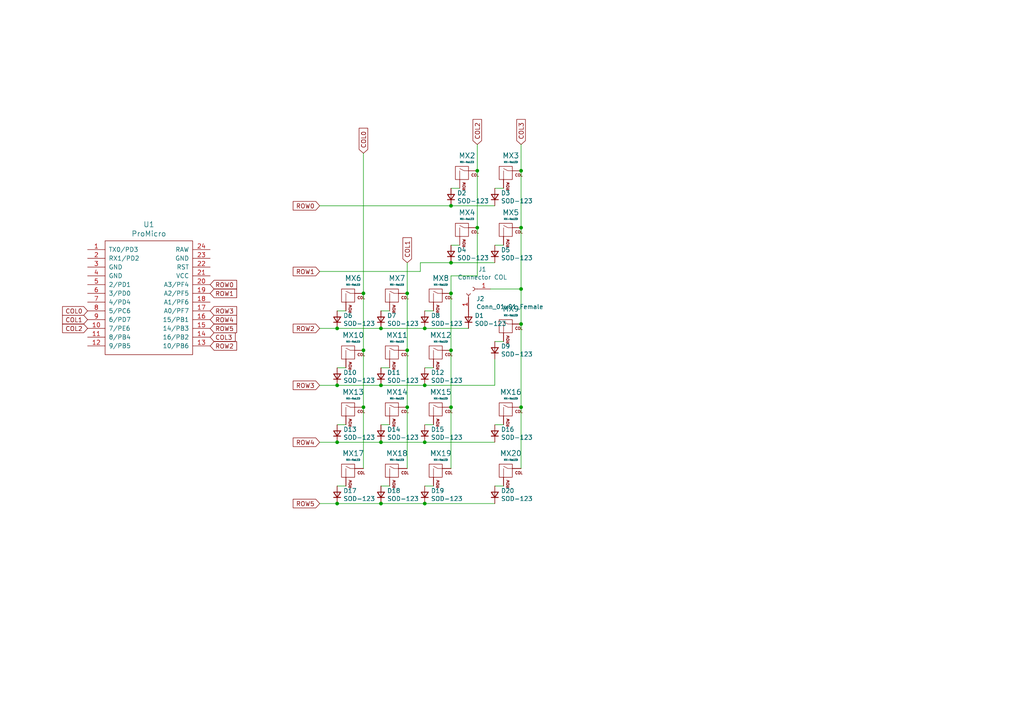
<source format=kicad_sch>
(kicad_sch (version 20210621) (generator eeschema)
  (paper "A4")
  (lib_symbols
    (symbol "Connector:Conn_01x01_Female" (pin_names (offset 1.016) hide)
      (property "Reference" "J" (at 0 2.54 0))
      (property "Value" "Conn_01x01_Female" (at 0 -2.54 0))
      (symbol "Conn_01x01_Female_1_1"
        (arc (start 0 0.508) (end 0 -0.508) (radius (at 0 0) (length 0.508) (angles 90.1 -90.1)) (stroke (width 0.1524)))
        (polyline (pts (xy -1.27 0) (xy -0.508 0)) (stroke (width 0.1524)))
        (pin passive line (at -5.08 0 0) (length 3.81) (name "Pin_1") (number "1"))
      )
    )
    (symbol "Device:D_Small" (pin_numbers hide) (pin_names (offset 0.254) hide)
      (property "Reference" "D" (at -1.27 2.032 0))
      (property "Value" "D_Small" (at -3.81 -2.032 0))
      (symbol "D_Small_0_1"
        (polyline (pts (xy -0.762 -1.016) (xy -0.762 1.016)) (stroke (width 0.254)))
        (polyline (pts (xy -0.762 0) (xy 0.762 0)))
        (polyline (pts (xy 0.762 -1.016) (xy -0.762 0) (xy 0.762 1.016) (xy 0.762 -1.016)) (stroke (width 0.254)))
      )
      (symbol "D_Small_1_1"
        (pin passive line (at -2.54 0 0) (length 1.778) (name "K") (number "1"))
        (pin passive line (at 2.54 0 180) (length 1.778) (name "A") (number "2"))
      )
    )
    (symbol "MX_Alps_Hybrid:MX-NoLED" (pin_names (offset 1.016))
      (property "Reference" "MX" (at -0.635 3.81 0))
      (property "Value" "MX-NoLED" (at -0.635 1.27 0))
      (symbol "MX-NoLED_0_0"
        (text "COL" (at 3.175 0 0) (effects (font (size 0.762 0.762))))
        (text "ROW" (at 0 -1.905 900) (effects (font (size 0.762 0.762)) (justify right)))
        (rectangle (start -2.54 2.54) (end 1.27 -1.27))
        (polyline (pts (xy -1.27 -1.27) (xy -1.27 1.27)) (stroke (width 0.127)))
        (polyline (pts (xy 1.27 1.27) (xy 0 1.27) (xy -1.27 1.905)) (stroke (width 0.127)))
      )
      (symbol "MX-NoLED_1_1"
        (pin passive line (at 3.81 1.27 180) (length 2.54) (name "COL") (number "1"))
        (pin passive line (at -1.27 -3.81 90) (length 2.54) (name "ROW") (number "2"))
      )
    )
    (symbol "keebio:ProMicro" (pin_names (offset 1.016))
      (property "Reference" "U" (at 0 0 0))
      (property "Value" "ProMicro" (at 0 -19.05 0))
      (symbol "ProMicro_0_1"
        (rectangle (start -12.7 -16.51) (end 12.7 16.51))
      )
      (symbol "ProMicro_1_1"
        (pin input line (at -17.78 13.97 0) (length 5.08) (name "TX0/PD3") (number "1"))
        (pin input line (at -17.78 -8.89 0) (length 5.08) (name "7/PE6") (number "10"))
        (pin input line (at -17.78 -11.43 0) (length 5.08) (name "8/PB4") (number "11"))
        (pin input line (at -17.78 -13.97 0) (length 5.08) (name "9/PB5") (number "12"))
        (pin input line (at 17.78 -13.97 180) (length 5.08) (name "10/PB6") (number "13"))
        (pin input line (at 17.78 -11.43 180) (length 5.08) (name "16/PB2") (number "14"))
        (pin input line (at 17.78 -8.89 180) (length 5.08) (name "14/PB3") (number "15"))
        (pin input line (at 17.78 -6.35 180) (length 5.08) (name "15/PB1") (number "16"))
        (pin input line (at 17.78 -3.81 180) (length 5.08) (name "A0/PF7") (number "17"))
        (pin input line (at 17.78 -1.27 180) (length 5.08) (name "A1/PF6") (number "18"))
        (pin input line (at 17.78 1.27 180) (length 5.08) (name "A2/PF5") (number "19"))
        (pin input line (at -17.78 11.43 0) (length 5.08) (name "RX1/PD2") (number "2"))
        (pin input line (at 17.78 3.81 180) (length 5.08) (name "A3/PF4") (number "20"))
        (pin input line (at 17.78 6.35 180) (length 5.08) (name "VCC") (number "21"))
        (pin input line (at 17.78 8.89 180) (length 5.08) (name "RST") (number "22"))
        (pin input line (at 17.78 11.43 180) (length 5.08) (name "GND") (number "23"))
        (pin input line (at 17.78 13.97 180) (length 5.08) (name "RAW") (number "24"))
        (pin input line (at -17.78 8.89 0) (length 5.08) (name "GND") (number "3"))
        (pin input line (at -17.78 6.35 0) (length 5.08) (name "GND") (number "4"))
        (pin input line (at -17.78 3.81 0) (length 5.08) (name "2/PD1") (number "5"))
        (pin input line (at -17.78 1.27 0) (length 5.08) (name "3/PD0") (number "6"))
        (pin input line (at -17.78 -1.27 0) (length 5.08) (name "4/PD4") (number "7"))
        (pin input line (at -17.78 -3.81 0) (length 5.08) (name "5/PC6") (number "8"))
        (pin input line (at -17.78 -6.35 0) (length 5.08) (name "6/PD7") (number "9"))
      )
    )
  )
  (junction (at 97.79 95.25))
  (junction (at 97.79 111.76))
  (junction (at 97.79 128.27))
  (junction (at 97.79 146.05))
  (junction (at 105.41 85.09))
  (junction (at 105.41 101.6))
  (junction (at 105.41 118.11))
  (junction (at 110.49 95.25))
  (junction (at 110.49 111.76))
  (junction (at 110.49 128.27))
  (junction (at 110.49 146.05))
  (junction (at 118.11 85.09))
  (junction (at 118.11 101.6))
  (junction (at 118.11 118.11))
  (junction (at 123.19 95.25))
  (junction (at 123.19 111.76))
  (junction (at 123.19 128.27))
  (junction (at 123.19 146.05))
  (junction (at 130.81 59.69))
  (junction (at 130.81 76.2))
  (junction (at 130.81 85.09))
  (junction (at 130.81 101.6))
  (junction (at 130.81 118.11))
  (junction (at 138.43 49.53))
  (junction (at 138.43 66.04))
  (junction (at 151.13 49.53))
  (junction (at 151.13 66.04))
  (junction (at 151.13 83.82))
  (junction (at 151.13 93.98))
  (junction (at 151.13 118.11))
  (wire (pts (xy 92.71 59.69) (xy 130.81 59.69)))
  (wire (pts (xy 97.79 95.25) (xy 92.71 95.25)))
  (wire (pts (xy 97.79 111.76) (xy 92.71 111.76)))
  (wire (pts (xy 97.79 128.27) (xy 92.71 128.27)))
  (wire (pts (xy 97.79 146.05) (xy 92.71 146.05)))
  (wire (pts (xy 100.33 90.17) (xy 97.79 90.17)))
  (wire (pts (xy 100.33 106.68) (xy 97.79 106.68)))
  (wire (pts (xy 100.33 123.19) (xy 97.79 123.19)))
  (wire (pts (xy 100.33 140.97) (xy 97.79 140.97)))
  (wire (pts (xy 105.41 44.45) (xy 105.41 85.09)))
  (wire (pts (xy 105.41 101.6) (xy 105.41 85.09)))
  (wire (pts (xy 105.41 118.11) (xy 105.41 101.6)))
  (wire (pts (xy 105.41 135.89) (xy 105.41 118.11)))
  (wire (pts (xy 110.49 95.25) (xy 97.79 95.25)))
  (wire (pts (xy 110.49 111.76) (xy 97.79 111.76)))
  (wire (pts (xy 110.49 128.27) (xy 97.79 128.27)))
  (wire (pts (xy 110.49 146.05) (xy 97.79 146.05)))
  (wire (pts (xy 113.03 90.17) (xy 110.49 90.17)))
  (wire (pts (xy 113.03 106.68) (xy 110.49 106.68)))
  (wire (pts (xy 113.03 123.19) (xy 110.49 123.19)))
  (wire (pts (xy 113.03 140.97) (xy 110.49 140.97)))
  (wire (pts (xy 118.11 85.09) (xy 118.11 76.2)))
  (wire (pts (xy 118.11 101.6) (xy 118.11 85.09)))
  (wire (pts (xy 118.11 118.11) (xy 118.11 101.6)))
  (wire (pts (xy 118.11 135.89) (xy 118.11 118.11)))
  (wire (pts (xy 121.92 76.2) (xy 121.92 78.74)))
  (wire (pts (xy 121.92 78.74) (xy 92.71 78.74)))
  (wire (pts (xy 123.19 95.25) (xy 110.49 95.25)))
  (wire (pts (xy 123.19 111.76) (xy 110.49 111.76)))
  (wire (pts (xy 123.19 128.27) (xy 110.49 128.27)))
  (wire (pts (xy 123.19 146.05) (xy 110.49 146.05)))
  (wire (pts (xy 125.73 90.17) (xy 123.19 90.17)))
  (wire (pts (xy 125.73 106.68) (xy 123.19 106.68)))
  (wire (pts (xy 125.73 123.19) (xy 123.19 123.19)))
  (wire (pts (xy 125.73 140.97) (xy 123.19 140.97)))
  (wire (pts (xy 130.81 76.2) (xy 121.92 76.2)))
  (wire (pts (xy 130.81 80.01) (xy 138.43 80.01)))
  (wire (pts (xy 130.81 85.09) (xy 130.81 80.01)))
  (wire (pts (xy 130.81 101.6) (xy 130.81 85.09)))
  (wire (pts (xy 130.81 118.11) (xy 130.81 101.6)))
  (wire (pts (xy 130.81 135.89) (xy 130.81 118.11)))
  (wire (pts (xy 133.35 54.61) (xy 130.81 54.61)))
  (wire (pts (xy 133.35 71.12) (xy 130.81 71.12)))
  (wire (pts (xy 135.89 95.25) (xy 123.19 95.25)))
  (wire (pts (xy 138.43 49.53) (xy 138.43 41.91)))
  (wire (pts (xy 138.43 66.04) (xy 138.43 49.53)))
  (wire (pts (xy 138.43 80.01) (xy 138.43 66.04)))
  (wire (pts (xy 142.24 83.82) (xy 151.13 83.82)))
  (wire (pts (xy 143.51 59.69) (xy 130.81 59.69)))
  (wire (pts (xy 143.51 76.2) (xy 130.81 76.2)))
  (wire (pts (xy 143.51 104.14) (xy 143.51 111.76)))
  (wire (pts (xy 143.51 111.76) (xy 123.19 111.76)))
  (wire (pts (xy 143.51 128.27) (xy 123.19 128.27)))
  (wire (pts (xy 143.51 146.05) (xy 123.19 146.05)))
  (wire (pts (xy 146.05 54.61) (xy 143.51 54.61)))
  (wire (pts (xy 146.05 71.12) (xy 143.51 71.12)))
  (wire (pts (xy 146.05 99.06) (xy 143.51 99.06)))
  (wire (pts (xy 146.05 123.19) (xy 143.51 123.19)))
  (wire (pts (xy 146.05 140.97) (xy 143.51 140.97)))
  (wire (pts (xy 151.13 49.53) (xy 151.13 41.91)))
  (wire (pts (xy 151.13 66.04) (xy 151.13 49.53)))
  (wire (pts (xy 151.13 83.82) (xy 151.13 66.04)))
  (wire (pts (xy 151.13 93.98) (xy 151.13 83.82)))
  (wire (pts (xy 151.13 118.11) (xy 151.13 93.98)))
  (wire (pts (xy 151.13 135.89) (xy 151.13 118.11)))
  (global_label "COL0" (shape input) (at 25.4 90.17 180) (property "Intersheet References" "${INTERSHEET_REFS}" (effects hide)))
  (global_label "COL1" (shape input) (at 25.4 92.71 180) (property "Intersheet References" "${INTERSHEET_REFS}" (effects hide)))
  (global_label "COL2" (shape input) (at 25.4 95.25 180) (property "Intersheet References" "${INTERSHEET_REFS}" (effects hide)))
  (global_label "ROW0" (shape input) (at 60.96 82.55 0) (property "Intersheet References" "${INTERSHEET_REFS}" (effects hide)))
  (global_label "ROW1" (shape input) (at 60.96 85.09 0) (property "Intersheet References" "${INTERSHEET_REFS}" (effects hide)))
  (global_label "ROW3" (shape input) (at 60.96 90.17 0) (property "Intersheet References" "${INTERSHEET_REFS}" (effects hide)))
  (global_label "ROW4" (shape input) (at 60.96 92.71 0) (property "Intersheet References" "${INTERSHEET_REFS}" (effects hide)))
  (global_label "ROW5" (shape input) (at 60.96 95.25 0) (property "Intersheet References" "${INTERSHEET_REFS}" (effects hide)))
  (global_label "COL3" (shape input) (at 60.96 97.79 0) (property "Intersheet References" "${INTERSHEET_REFS}" (effects hide)))
  (global_label "ROW2" (shape input) (at 60.96 100.33 0) (property "Intersheet References" "${INTERSHEET_REFS}" (effects hide)))
  (global_label "ROW0" (shape input) (at 92.71 59.69 180) (property "Intersheet References" "${INTERSHEET_REFS}" (effects hide)))
  (global_label "ROW1" (shape input) (at 92.71 78.74 180) (property "Intersheet References" "${INTERSHEET_REFS}" (effects hide)))
  (global_label "ROW2" (shape input) (at 92.71 95.25 180) (property "Intersheet References" "${INTERSHEET_REFS}" (effects hide)))
  (global_label "ROW3" (shape input) (at 92.71 111.76 180) (property "Intersheet References" "${INTERSHEET_REFS}" (effects hide)))
  (global_label "ROW4" (shape input) (at 92.71 128.27 180) (property "Intersheet References" "${INTERSHEET_REFS}" (effects hide)))
  (global_label "ROW5" (shape input) (at 92.71 146.05 180) (property "Intersheet References" "${INTERSHEET_REFS}" (effects hide)))
  (global_label "COL0" (shape input) (at 105.41 44.45 90) (property "Intersheet References" "${INTERSHEET_REFS}" (effects hide)))
  (global_label "COL1" (shape input) (at 118.11 76.2 90) (property "Intersheet References" "${INTERSHEET_REFS}" (effects hide)))
  (global_label "COL2" (shape input) (at 138.43 41.91 90) (property "Intersheet References" "${INTERSHEET_REFS}" (effects hide)))
  (global_label "COL3" (shape input) (at 151.13 41.91 90) (property "Intersheet References" "${INTERSHEET_REFS}" (effects hide)))
  (symbol (lib_id "Connector:Conn_01x01_Female") (at 135.89 85.09 90) (unit 1)
    (property "Reference" "J2" (at 138.1252 86.6648 90) (effects (justify right)))
    (property "Value" "Conn_01x01_Female" (at 138.1252 88.9762 90) (effects (justify right)))
    (property "Footprint" "Connector_Wire:SolderWire-0.5sqmm_1x01_D0.9mm_OD2.3mm" (effects hide))
  )
  (symbol (lib_id "Connector:Conn_01x01_Female") (at 137.16 83.82 180) (unit 1)
    (property "Reference" "J1" (at 139.9032 78.105 0))
    (property "Value" "Connector COL" (at 139.9032 80.4164 0))
    (property "Footprint" "Connector_Wire:SolderWire-0.5sqmm_1x01_D0.9mm_OD2.3mm" (effects hide))
  )
  (symbol (lib_id "Device:D_Small") (at 97.79 92.71 90) (unit 1)
    (property "Reference" "D6" (at 99.568 91.5416 90) (effects (justify right)))
    (property "Value" "SOD-123" (at 99.568 93.853 90) (effects (justify right)))
    (property "Footprint" "Keebio-Parts:Diode-Hybrid-Back" (effects hide))
  )
  (symbol (lib_id "Device:D_Small") (at 97.79 109.22 90) (unit 1)
    (property "Reference" "D10" (at 99.568 108.0516 90) (effects (justify right)))
    (property "Value" "SOD-123" (at 99.568 110.363 90) (effects (justify right)))
    (property "Footprint" "Keebio-Parts:Diode-Hybrid-Back" (effects hide))
  )
  (symbol (lib_id "Device:D_Small") (at 97.79 125.73 90) (unit 1)
    (property "Reference" "D13" (at 99.568 124.5616 90) (effects (justify right)))
    (property "Value" "SOD-123" (at 99.568 126.873 90) (effects (justify right)))
    (property "Footprint" "Keebio-Parts:Diode-Hybrid-Back" (effects hide))
  )
  (symbol (lib_id "Device:D_Small") (at 97.79 143.51 90) (unit 1)
    (property "Reference" "D17" (at 99.568 142.3416 90) (effects (justify right)))
    (property "Value" "SOD-123" (at 99.568 144.653 90) (effects (justify right)))
    (property "Footprint" "Keebio-Parts:Diode-Hybrid-Back" (effects hide))
  )
  (symbol (lib_id "Device:D_Small") (at 110.49 92.71 90) (unit 1)
    (property "Reference" "D7" (at 112.268 91.5416 90) (effects (justify right)))
    (property "Value" "SOD-123" (at 112.268 93.853 90) (effects (justify right)))
    (property "Footprint" "Keebio-Parts:Diode-Hybrid-Back" (effects hide))
  )
  (symbol (lib_id "Device:D_Small") (at 110.49 109.22 90) (unit 1)
    (property "Reference" "D11" (at 112.268 108.0516 90) (effects (justify right)))
    (property "Value" "SOD-123" (at 112.268 110.363 90) (effects (justify right)))
    (property "Footprint" "Keebio-Parts:Diode-Hybrid-Back" (effects hide))
  )
  (symbol (lib_id "Device:D_Small") (at 110.49 125.73 90) (unit 1)
    (property "Reference" "D14" (at 112.268 124.5616 90) (effects (justify right)))
    (property "Value" "SOD-123" (at 112.268 126.873 90) (effects (justify right)))
    (property "Footprint" "Keebio-Parts:Diode-Hybrid-Back" (effects hide))
  )
  (symbol (lib_id "Device:D_Small") (at 110.49 143.51 90) (unit 1)
    (property "Reference" "D18" (at 112.268 142.3416 90) (effects (justify right)))
    (property "Value" "SOD-123" (at 112.268 144.653 90) (effects (justify right)))
    (property "Footprint" "Keebio-Parts:Diode-Hybrid-Back" (effects hide))
  )
  (symbol (lib_id "Device:D_Small") (at 123.19 92.71 90) (unit 1)
    (property "Reference" "D8" (at 124.968 91.5416 90) (effects (justify right)))
    (property "Value" "SOD-123" (at 124.968 93.853 90) (effects (justify right)))
    (property "Footprint" "Keebio-Parts:Diode-Hybrid-Back" (effects hide))
  )
  (symbol (lib_id "Device:D_Small") (at 123.19 109.22 90) (unit 1)
    (property "Reference" "D12" (at 124.968 108.0516 90) (effects (justify right)))
    (property "Value" "SOD-123" (at 124.968 110.363 90) (effects (justify right)))
    (property "Footprint" "Keebio-Parts:Diode-Hybrid-Back" (effects hide))
  )
  (symbol (lib_id "Device:D_Small") (at 123.19 125.73 90) (unit 1)
    (property "Reference" "D15" (at 124.968 124.5616 90) (effects (justify right)))
    (property "Value" "SOD-123" (at 124.968 126.873 90) (effects (justify right)))
    (property "Footprint" "Keebio-Parts:Diode-Hybrid-Back" (effects hide))
  )
  (symbol (lib_id "Device:D_Small") (at 123.19 143.51 90) (unit 1)
    (property "Reference" "D19" (at 124.968 142.3416 90) (effects (justify right)))
    (property "Value" "SOD-123" (at 124.968 144.653 90) (effects (justify right)))
    (property "Footprint" "Keebio-Parts:Diode-Hybrid-Back" (effects hide))
  )
  (symbol (lib_id "Device:D_Small") (at 130.81 57.15 90) (unit 1)
    (property "Reference" "D2" (at 132.588 55.9816 90) (effects (justify right)))
    (property "Value" "SOD-123" (at 132.588 58.293 90) (effects (justify right)))
    (property "Footprint" "Keebio-Parts:Diode-Hybrid-Back" (effects hide))
  )
  (symbol (lib_id "Device:D_Small") (at 130.81 73.66 90) (unit 1)
    (property "Reference" "D4" (at 132.588 72.4916 90) (effects (justify right)))
    (property "Value" "SOD-123" (at 132.588 74.803 90) (effects (justify right)))
    (property "Footprint" "Keebio-Parts:Diode-Hybrid-Back" (effects hide))
  )
  (symbol (lib_id "Device:D_Small") (at 135.89 92.71 90) (unit 1)
    (property "Reference" "D1" (at 137.668 91.5416 90) (effects (justify right)))
    (property "Value" "SOD-123" (at 137.668 93.853 90) (effects (justify right)))
    (property "Footprint" "Keebio-Parts:Diode-Hybrid-Back" (effects hide))
  )
  (symbol (lib_id "Device:D_Small") (at 143.51 57.15 90) (unit 1)
    (property "Reference" "D3" (at 145.288 55.9816 90) (effects (justify right)))
    (property "Value" "SOD-123" (at 145.288 58.293 90) (effects (justify right)))
    (property "Footprint" "Keebio-Parts:Diode-Hybrid-Back" (effects hide))
  )
  (symbol (lib_id "Device:D_Small") (at 143.51 73.66 90) (unit 1)
    (property "Reference" "D5" (at 145.288 72.4916 90) (effects (justify right)))
    (property "Value" "SOD-123" (at 145.288 74.803 90) (effects (justify right)))
    (property "Footprint" "Keebio-Parts:Diode-Hybrid-Back" (effects hide))
  )
  (symbol (lib_id "Device:D_Small") (at 143.51 101.6 90) (unit 1)
    (property "Reference" "D9" (at 145.288 100.4316 90) (effects (justify right)))
    (property "Value" "SOD-123" (at 145.288 102.743 90) (effects (justify right)))
    (property "Footprint" "Keebio-Parts:Diode-Hybrid-Back" (effects hide))
  )
  (symbol (lib_id "Device:D_Small") (at 143.51 125.73 90) (unit 1)
    (property "Reference" "D16" (at 145.288 124.5616 90) (effects (justify right)))
    (property "Value" "SOD-123" (at 145.288 126.873 90) (effects (justify right)))
    (property "Footprint" "Keebio-Parts:Diode-Hybrid-Back" (effects hide))
  )
  (symbol (lib_id "Device:D_Small") (at 143.51 143.51 90) (unit 1)
    (property "Reference" "D20" (at 145.288 142.3416 90) (effects (justify right)))
    (property "Value" "SOD-123" (at 145.288 144.653 90) (effects (justify right)))
    (property "Footprint" "Keebio-Parts:Diode-Hybrid-Back" (effects hide))
  )
  (symbol (lib_id "MX_Alps_Hybrid:MX-NoLED") (at 101.6 86.36 0) (unit 1)
    (property "Reference" "MX6" (at 102.4382 80.6958 0) (effects (font (size 1.524 1.524))))
    (property "Value" "MX-NoLED" (at 102.4382 82.5754 0) (effects (font (size 0.508 0.508))))
    (property "Footprint" "MX_Only:MXOnly-1U-NoLED" (effects hide))
  )
  (symbol (lib_id "MX_Alps_Hybrid:MX-NoLED") (at 101.6 102.87 0) (unit 1)
    (property "Reference" "MX10" (at 102.4382 97.2058 0) (effects (font (size 1.524 1.524))))
    (property "Value" "MX-NoLED" (at 102.4382 99.0854 0) (effects (font (size 0.508 0.508))))
    (property "Footprint" "MX_Only:MXOnly-1U-NoLED" (effects hide))
  )
  (symbol (lib_id "MX_Alps_Hybrid:MX-NoLED") (at 101.6 119.38 0) (unit 1)
    (property "Reference" "MX13" (at 102.4382 113.7158 0) (effects (font (size 1.524 1.524))))
    (property "Value" "MX-NoLED" (at 102.4382 115.5954 0) (effects (font (size 0.508 0.508))))
    (property "Footprint" "MX_Only:MXOnly-1U-NoLED" (effects hide))
  )
  (symbol (lib_id "MX_Alps_Hybrid:MX-NoLED") (at 101.6 137.16 0) (unit 1)
    (property "Reference" "MX17" (at 102.4382 131.4958 0) (effects (font (size 1.524 1.524))))
    (property "Value" "MX-NoLED" (at 102.4382 133.3754 0) (effects (font (size 0.508 0.508))))
    (property "Footprint" "MX_Only:MXOnly-1U-NoLED" (effects hide))
  )
  (symbol (lib_id "MX_Alps_Hybrid:MX-NoLED") (at 114.3 86.36 0) (unit 1)
    (property "Reference" "MX7" (at 115.1382 80.6958 0) (effects (font (size 1.524 1.524))))
    (property "Value" "MX-NoLED" (at 115.1382 82.5754 0) (effects (font (size 0.508 0.508))))
    (property "Footprint" "MX_Only:MXOnly-1U-NoLED" (effects hide))
  )
  (symbol (lib_id "MX_Alps_Hybrid:MX-NoLED") (at 114.3 102.87 0) (unit 1)
    (property "Reference" "MX11" (at 115.1382 97.2058 0) (effects (font (size 1.524 1.524))))
    (property "Value" "MX-NoLED" (at 115.1382 99.0854 0) (effects (font (size 0.508 0.508))))
    (property "Footprint" "MX_Only:MXOnly-1U-NoLED" (effects hide))
  )
  (symbol (lib_id "MX_Alps_Hybrid:MX-NoLED") (at 114.3 119.38 0) (unit 1)
    (property "Reference" "MX14" (at 115.1382 113.7158 0) (effects (font (size 1.524 1.524))))
    (property "Value" "MX-NoLED" (at 115.1382 115.5954 0) (effects (font (size 0.508 0.508))))
    (property "Footprint" "MX_Only:MXOnly-1U-NoLED" (effects hide))
  )
  (symbol (lib_id "MX_Alps_Hybrid:MX-NoLED") (at 114.3 137.16 0) (unit 1)
    (property "Reference" "MX18" (at 115.1382 131.4958 0) (effects (font (size 1.524 1.524))))
    (property "Value" "MX-NoLED" (at 115.1382 133.3754 0) (effects (font (size 0.508 0.508))))
    (property "Footprint" "MX_Only:MXOnly-1U-NoLED" (effects hide))
  )
  (symbol (lib_id "MX_Alps_Hybrid:MX-NoLED") (at 127 86.36 0) (unit 1)
    (property "Reference" "MX8" (at 127.8382 80.6958 0) (effects (font (size 1.524 1.524))))
    (property "Value" "MX-NoLED" (at 127.8382 82.5754 0) (effects (font (size 0.508 0.508))))
    (property "Footprint" "MX_Only:MXOnly-1U-NoLED" (effects hide))
  )
  (symbol (lib_id "MX_Alps_Hybrid:MX-NoLED") (at 127 102.87 0) (unit 1)
    (property "Reference" "MX12" (at 127.8382 97.2058 0) (effects (font (size 1.524 1.524))))
    (property "Value" "MX-NoLED" (at 127.8382 99.0854 0) (effects (font (size 0.508 0.508))))
    (property "Footprint" "MX_Only:MXOnly-1U-NoLED" (effects hide))
  )
  (symbol (lib_id "MX_Alps_Hybrid:MX-NoLED") (at 127 119.38 0) (unit 1)
    (property "Reference" "MX15" (at 127.8382 113.7158 0) (effects (font (size 1.524 1.524))))
    (property "Value" "MX-NoLED" (at 127.8382 115.5954 0) (effects (font (size 0.508 0.508))))
    (property "Footprint" "MX_Only:MXOnly-1U-NoLED" (effects hide))
  )
  (symbol (lib_id "MX_Alps_Hybrid:MX-NoLED") (at 127 137.16 0) (unit 1)
    (property "Reference" "MX19" (at 127.8382 131.4958 0) (effects (font (size 1.524 1.524))))
    (property "Value" "MX-NoLED" (at 127.8382 133.3754 0) (effects (font (size 0.508 0.508))))
    (property "Footprint" "MX_Only:MXOnly-1U-NoLED" (effects hide))
  )
  (symbol (lib_id "MX_Alps_Hybrid:MX-NoLED") (at 134.62 50.8 0) (unit 1)
    (property "Reference" "MX2" (at 135.4582 45.1358 0) (effects (font (size 1.524 1.524))))
    (property "Value" "MX-NoLED" (at 135.4582 47.0154 0) (effects (font (size 0.508 0.508))))
    (property "Footprint" "MX_Only:MXOnly-1U-NoLED" (effects hide))
  )
  (symbol (lib_id "MX_Alps_Hybrid:MX-NoLED") (at 134.62 67.31 0) (unit 1)
    (property "Reference" "MX4" (at 135.4582 61.6458 0) (effects (font (size 1.524 1.524))))
    (property "Value" "MX-NoLED" (at 135.4582 63.5254 0) (effects (font (size 0.508 0.508))))
    (property "Footprint" "MX_Only:MXOnly-1U-NoLED" (effects hide))
  )
  (symbol (lib_id "MX_Alps_Hybrid:MX-NoLED") (at 147.32 50.8 0) (unit 1)
    (property "Reference" "MX3" (at 148.1582 45.1358 0) (effects (font (size 1.524 1.524))))
    (property "Value" "MX-NoLED" (at 148.1582 47.0154 0) (effects (font (size 0.508 0.508))))
    (property "Footprint" "MX_Only:MXOnly-1U-NoLED" (effects hide))
  )
  (symbol (lib_id "MX_Alps_Hybrid:MX-NoLED") (at 147.32 67.31 0) (unit 1)
    (property "Reference" "MX5" (at 148.1582 61.6458 0) (effects (font (size 1.524 1.524))))
    (property "Value" "MX-NoLED" (at 148.1582 63.5254 0) (effects (font (size 0.508 0.508))))
    (property "Footprint" "MX_Only:MXOnly-1U-NoLED" (effects hide))
  )
  (symbol (lib_id "MX_Alps_Hybrid:MX-NoLED") (at 147.32 95.25 0) (unit 1)
    (property "Reference" "MX9" (at 148.1582 89.5858 0) (effects (font (size 1.524 1.524))))
    (property "Value" "MX-NoLED" (at 148.1582 91.4654 0) (effects (font (size 0.508 0.508))))
    (property "Footprint" "MX_Only:MXOnly-2U-NoLED" (effects hide))
  )
  (symbol (lib_id "MX_Alps_Hybrid:MX-NoLED") (at 147.32 119.38 0) (unit 1)
    (property "Reference" "MX16" (at 148.1582 113.7158 0) (effects (font (size 1.524 1.524))))
    (property "Value" "MX-NoLED" (at 148.1582 115.5954 0) (effects (font (size 0.508 0.508))))
    (property "Footprint" "MX_Only:MXOnly-1U-NoLED" (effects hide))
  )
  (symbol (lib_id "MX_Alps_Hybrid:MX-NoLED") (at 147.32 137.16 0) (unit 1)
    (property "Reference" "MX20" (at 148.1582 131.4958 0) (effects (font (size 1.524 1.524))))
    (property "Value" "MX-NoLED" (at 148.1582 133.3754 0) (effects (font (size 0.508 0.508))))
    (property "Footprint" "MX_Only:MXOnly-1U-NoLED" (effects hide))
  )
  (symbol (lib_id "keebio:ProMicro") (at 43.18 86.36 0) (unit 1)
    (property "Reference" "U1" (at 43.18 65.1002 0) (effects (font (size 1.524 1.524))))
    (property "Value" "ProMicro" (at 43.18 67.7926 0) (effects (font (size 1.524 1.524))))
    (property "Footprint" "Keebio-Parts:ArduinoProMicro" (effects hide))
  )
)
</source>
